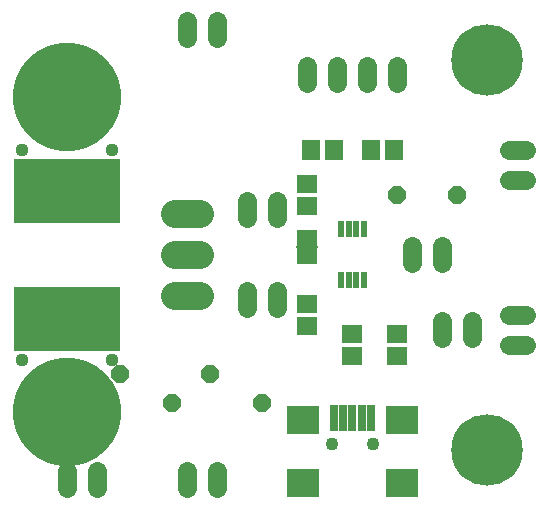
<source format=gts>
G75*
%MOIN*%
%OFA0B0*%
%FSLAX25Y25*%
%IPPOS*%
%LPD*%
%AMOC8*
5,1,8,0,0,1.08239X$1,22.5*
%
%ADD10R,0.06706X0.05918*%
%ADD11R,0.05918X0.06706*%
%ADD12C,0.06400*%
%ADD13R,0.02375X0.05524*%
%ADD14OC8,0.06000*%
%ADD15C,0.23800*%
%ADD16C,0.36233*%
%ADD17R,0.35249X0.21272*%
%ADD18R,0.10643X0.09461*%
%ADD19R,0.02769X0.08674*%
%ADD20C,0.04343*%
%ADD21C,0.09200*%
%ADD22R,0.07100X0.05400*%
%ADD23R,0.07200X0.00600*%
%ADD24C,0.04369*%
D10*
X0106937Y0065556D03*
X0106937Y0073037D03*
X0121937Y0063037D03*
X0121937Y0055556D03*
X0136937Y0055556D03*
X0136937Y0063037D03*
X0106937Y0105556D03*
X0106937Y0113037D03*
D11*
X0108197Y0124296D03*
X0115677Y0124296D03*
X0128197Y0124296D03*
X0135677Y0124296D03*
D12*
X0026937Y0017096D02*
X0026937Y0011496D01*
X0036937Y0011496D02*
X0036937Y0017096D01*
X0066937Y0017096D02*
X0066937Y0011496D01*
X0076937Y0011496D02*
X0076937Y0017096D01*
X0086937Y0071496D02*
X0086937Y0077096D01*
X0096937Y0077096D02*
X0096937Y0071496D01*
X0096937Y0101496D02*
X0096937Y0107096D01*
X0086937Y0107096D02*
X0086937Y0101496D01*
X0106937Y0146496D02*
X0106937Y0152096D01*
X0116937Y0152096D02*
X0116937Y0146496D01*
X0126937Y0146496D02*
X0126937Y0152096D01*
X0136937Y0152096D02*
X0136937Y0146496D01*
X0174137Y0124296D02*
X0179737Y0124296D01*
X0179737Y0114296D02*
X0174137Y0114296D01*
X0151937Y0092096D02*
X0151937Y0086496D01*
X0141937Y0086496D02*
X0141937Y0092096D01*
X0151937Y0067096D02*
X0151937Y0061496D01*
X0161937Y0061496D02*
X0161937Y0067096D01*
X0174137Y0069296D02*
X0179737Y0069296D01*
X0179737Y0059296D02*
X0174137Y0059296D01*
X0076937Y0161496D02*
X0076937Y0167096D01*
X0066937Y0167096D02*
X0066937Y0161496D01*
D13*
X0118098Y0097787D03*
X0120657Y0097787D03*
X0123217Y0097787D03*
X0125776Y0097787D03*
X0125776Y0080805D03*
X0123217Y0080805D03*
X0120657Y0080805D03*
X0118098Y0080805D03*
D14*
X0136937Y0109296D03*
X0156937Y0109296D03*
X0091805Y0039786D03*
X0074452Y0049566D03*
X0061805Y0039786D03*
X0044452Y0049566D03*
D15*
X0166937Y0024296D03*
X0166937Y0154296D03*
D16*
X0026937Y0141796D03*
X0026937Y0036796D03*
D17*
X0026937Y0068037D03*
X0026937Y0110556D03*
D18*
X0105406Y0034078D03*
X0105406Y0013211D03*
X0138477Y0013211D03*
X0138477Y0034078D03*
D19*
X0128241Y0035062D03*
X0125092Y0035062D03*
X0121942Y0035062D03*
X0118792Y0035062D03*
X0115643Y0035062D03*
D20*
X0115052Y0026204D03*
X0128832Y0026204D03*
D21*
X0071137Y0075517D02*
X0062737Y0075517D01*
X0062737Y0089296D02*
X0071137Y0089296D01*
X0071137Y0103076D02*
X0062737Y0103076D01*
D22*
X0106937Y0094796D03*
X0106937Y0088796D03*
D23*
X0106937Y0091796D03*
D24*
X0041937Y0119296D03*
X0036937Y0119296D03*
X0031937Y0119296D03*
X0026937Y0119296D03*
X0021937Y0119296D03*
X0016937Y0119296D03*
X0011937Y0119296D03*
X0011937Y0124296D03*
X0041937Y0124296D03*
X0041937Y0059296D03*
X0041937Y0054296D03*
X0036937Y0059296D03*
X0031937Y0059296D03*
X0026937Y0059296D03*
X0021937Y0059296D03*
X0016937Y0059296D03*
X0011937Y0059296D03*
X0011937Y0054296D03*
M02*

</source>
